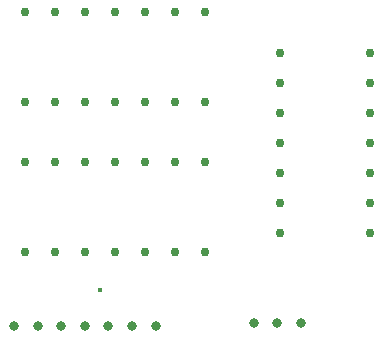
<source format=gbr>
G04 PROTEUS GERBER X2 FILE*
%TF.GenerationSoftware,Labcenter,Proteus,8.9-SP2-Build28501*%
%TF.CreationDate,2023-03-09T16:47:13+00:00*%
%TF.FileFunction,Plated,1,2,PTH*%
%TF.FilePolarity,Positive*%
%TF.Part,Single*%
%TF.SameCoordinates,{0f7d483c-582a-42f8-afd4-3f49b78b352a}*%
%FSLAX45Y45*%
%MOMM*%
G01*
%TA.AperFunction,ViaDrill*%
%ADD26C,0.381000*%
%TA.AperFunction,ComponentDrill*%
%ADD27C,0.762000*%
%TA.AperFunction,ComponentDrill*%
%ADD28C,0.812800*%
%TD.AperFunction*%
D26*
X-1270000Y-2095500D03*
D27*
X-1905000Y-1774000D03*
X-1651000Y-1774000D03*
X-1397000Y-1774000D03*
X-1143000Y-1774000D03*
X-889000Y-1774000D03*
X-635000Y-1774000D03*
X-381000Y-1774000D03*
X-381000Y-1012000D03*
X-635000Y-1012000D03*
X-889000Y-1012000D03*
X-1143000Y-1012000D03*
X-1397000Y-1012000D03*
X-1651000Y-1012000D03*
X-1905000Y-1012000D03*
X-1905000Y-508000D03*
X-1651000Y-508000D03*
X-1397000Y-508000D03*
X-1143000Y-508000D03*
X-889000Y-508000D03*
X-635000Y-508000D03*
X-381000Y-508000D03*
X-381000Y+254000D03*
X-635000Y+254000D03*
X-889000Y+254000D03*
X-1143000Y+254000D03*
X-1397000Y+254000D03*
X-1651000Y+254000D03*
X-1905000Y+254000D03*
X+258000Y-95000D03*
X+258000Y-349000D03*
X+258000Y-603000D03*
X+258000Y-857000D03*
X+258000Y-1111000D03*
X+258000Y-1365000D03*
X+258000Y-1619000D03*
X+1020000Y-1619000D03*
X+1020000Y-1365000D03*
X+1020000Y-1111000D03*
X+1020000Y-857000D03*
X+1020000Y-603000D03*
X+1020000Y-349000D03*
X+1020000Y-95000D03*
D28*
X-1997000Y-2405000D03*
X-1797000Y-2405000D03*
X-1597000Y-2405000D03*
X-1397000Y-2405000D03*
X-1197000Y-2405000D03*
X-997000Y-2405000D03*
X-797000Y-2405000D03*
X+34000Y-2377000D03*
X+234000Y-2377000D03*
X+434000Y-2377000D03*
M02*

</source>
